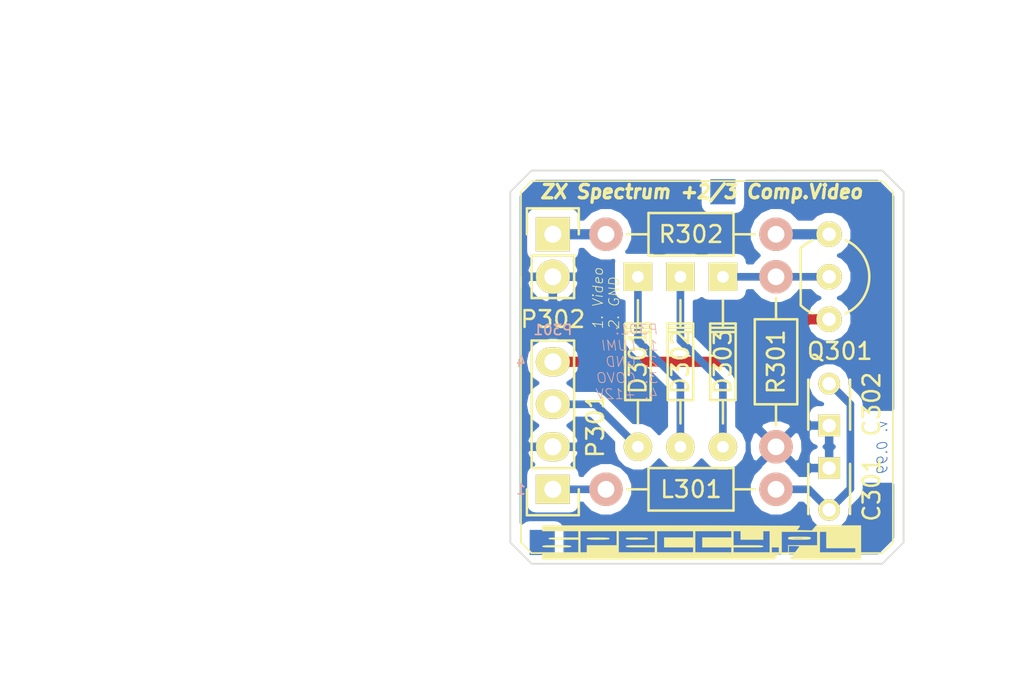
<source format=kicad_pcb>
(kicad_pcb (version 4) (host pcbnew 4.0.4-stable)

  (general
    (links 15)
    (no_connects 0)
    (area 83.919287 84.93 145.01 123.985001)
    (thickness 1.6)
    (drawings 49)
    (tracks 25)
    (zones 0)
    (modules 14)
    (nets 11)
  )

  (page A4)
  (title_block
    (title "ZX Spectrum +2A/3 Composite Video PCB")
    (date 2016-12-20)
    (rev 0.99)
    (comment 4 "PCB footprint scaled down to fit within the RF modulator casing")
  )

  (layers
    (0 F.Cu signal)
    (31 B.Cu signal)
    (32 B.Adhes user)
    (33 F.Adhes user)
    (34 B.Paste user)
    (35 F.Paste user)
    (36 B.SilkS user)
    (37 F.SilkS user)
    (38 B.Mask user)
    (39 F.Mask user)
    (40 Dwgs.User user)
    (41 Cmts.User user)
    (42 Eco1.User user)
    (43 Eco2.User user)
    (44 Edge.Cuts user)
    (45 Margin user)
    (46 B.CrtYd user)
    (47 F.CrtYd user)
    (48 B.Fab user)
    (49 F.Fab user)
  )

  (setup
    (last_trace_width 0.4572)
    (trace_clearance 0.1524)
    (zone_clearance 0.508)
    (zone_45_only no)
    (trace_min 0.1524)
    (segment_width 0.1)
    (edge_width 0.1)
    (via_size 0.6)
    (via_drill 0.4)
    (via_min_size 0.4)
    (via_min_drill 0.3)
    (uvia_size 0.3)
    (uvia_drill 0.1)
    (uvias_allowed no)
    (uvia_min_size 0.2)
    (uvia_min_drill 0.1)
    (pcb_text_width 0.3)
    (pcb_text_size 1.5 1.5)
    (mod_edge_width 0.15)
    (mod_text_size 1 1)
    (mod_text_width 0.15)
    (pad_size 1.5 1.5)
    (pad_drill 0.6)
    (pad_to_mask_clearance 0.2)
    (solder_mask_min_width 0.2)
    (aux_axis_origin 0 0)
    (grid_origin 142.24 83.185)
    (visible_elements FFFFF77F)
    (pcbplotparams
      (layerselection 0x00030_80000001)
      (usegerberextensions false)
      (excludeedgelayer true)
      (linewidth 0.100000)
      (plotframeref false)
      (viasonmask false)
      (mode 1)
      (useauxorigin false)
      (hpglpennumber 1)
      (hpglpenspeed 20)
      (hpglpendiameter 15)
      (hpglpenoverlay 2)
      (psnegative false)
      (psa4output false)
      (plotreference true)
      (plotvalue true)
      (plotinvisibletext false)
      (padsonsilk false)
      (subtractmaskfromsilk false)
      (outputformat 1)
      (mirror false)
      (drillshape 1)
      (scaleselection 1)
      (outputdirectory ""))
  )

  (net 0 "")
  (net 1 "Net-(C301-Pad1)")
  (net 2 "Net-(C301-Pad2)")
  (net 3 "Net-(D301-Pad2)")
  (net 4 "Net-(D301-Pad1)")
  (net 5 "Net-(D302-Pad1)")
  (net 6 "Net-(D303-Pad1)")
  (net 7 "Net-(L301-Pad1)")
  (net 8 "Net-(P301-Pad4)")
  (net 9 "Net-(P302-Pad1)")
  (net 10 "Net-(Q301-Pad1)")

  (net_class Default "This is the default net class."
    (clearance 0.1524)
    (trace_width 0.4572)
    (via_dia 0.6)
    (via_drill 0.4)
    (uvia_dia 0.3)
    (uvia_drill 0.1)
    (add_net "Net-(C301-Pad2)")
    (add_net "Net-(D301-Pad1)")
    (add_net "Net-(D301-Pad2)")
    (add_net "Net-(D302-Pad1)")
    (add_net "Net-(D303-Pad1)")
    (add_net "Net-(L301-Pad1)")
  )

  (net_class +12 ""
    (clearance 0.1524)
    (trace_width 0.6096)
    (via_dia 0.6)
    (via_drill 0.4)
    (uvia_dia 0.3)
    (uvia_drill 0.1)
    (add_net "Net-(P301-Pad4)")
  )

  (net_class COVO ""
    (clearance 0.1524)
    (trace_width 0.6096)
    (via_dia 0.6)
    (via_drill 0.4)
    (uvia_dia 0.3)
    (uvia_drill 0.1)
    (add_net "Net-(P302-Pad1)")
    (add_net "Net-(Q301-Pad1)")
  )

  (net_class GND ""
    (clearance 0.1524)
    (trace_width 0.762)
    (via_dia 0.6)
    (via_drill 0.4)
    (uvia_dia 0.3)
    (uvia_drill 0.1)
    (add_net "Net-(C301-Pad1)")
  )

  (module Diodes_ThroughHole:Diode_DO-35_SOD27_Horizontal_RM10 (layer F.Cu) (tedit 5858EEAF) (tstamp 58112228)
    (at 118.11 100.965 270)
    (descr "Diode, DO-35,  SOD27, Horizontal, RM 10mm")
    (tags "Diode, DO-35, SOD27, Horizontal, RM 10mm, 1N4148,")
    (path /580CD9B0)
    (fp_text reference D301 (at 5.08 0 270) (layer F.SilkS)
      (effects (font (size 1 1) (thickness 0.15)))
    )
    (fp_text value 1N4148 (at 4.41452 -3.55854 270) (layer F.Fab) hide
      (effects (font (size 1 1) (thickness 0.15)))
    )
    (fp_line (start 7.36652 -0.00254) (end 8.76352 -0.00254) (layer F.SilkS) (width 0.15))
    (fp_line (start 2.92152 -0.00254) (end 1.39752 -0.00254) (layer F.SilkS) (width 0.15))
    (fp_line (start 3.30252 -0.76454) (end 3.30252 0.75946) (layer F.SilkS) (width 0.15))
    (fp_line (start 3.04852 -0.76454) (end 3.04852 0.75946) (layer F.SilkS) (width 0.15))
    (fp_line (start 2.79452 -0.00254) (end 2.79452 0.75946) (layer F.SilkS) (width 0.15))
    (fp_line (start 2.79452 0.75946) (end 7.36652 0.75946) (layer F.SilkS) (width 0.15))
    (fp_line (start 7.36652 0.75946) (end 7.36652 -0.76454) (layer F.SilkS) (width 0.15))
    (fp_line (start 7.36652 -0.76454) (end 2.79452 -0.76454) (layer F.SilkS) (width 0.15))
    (fp_line (start 2.79452 -0.76454) (end 2.79452 -0.00254) (layer F.SilkS) (width 0.15))
    (pad 2 thru_hole circle (at 10.16052 -0.00254 90) (size 1.69926 1.69926) (drill 0.70104) (layers *.Cu *.Mask F.SilkS)
      (net 3 "Net-(D301-Pad2)"))
    (pad 1 thru_hole rect (at 0.00052 -0.00254 90) (size 1.69926 1.69926) (drill 0.70104) (layers *.Cu *.Mask F.SilkS)
      (net 4 "Net-(D301-Pad1)"))
    (model Diodes_ThroughHole.3dshapes/Diode_DO-35_SOD27_Horizontal_RM10.wrl
      (at (xyz 0.2 0 0))
      (scale (xyz 0.4 0.4 0.4))
      (rotate (xyz 0 0 180))
    )
  )

  (module Capacitors_ThroughHole:C_Disc_D3_P2.5 (layer F.Cu) (tedit 5858EE58) (tstamp 5811220D)
    (at 129.54 112.395 270)
    (descr "Capacitor 3mm Disc, Pitch 2.5mm")
    (tags Capacitor)
    (path /580CDFC5)
    (fp_text reference C301 (at 1.27 -2.54 450) (layer F.SilkS)
      (effects (font (size 1 1) (thickness 0.15)))
    )
    (fp_text value 39p (at 1.25 2.5 270) (layer F.Fab) hide
      (effects (font (size 1 1) (thickness 0.15)))
    )
    (fp_line (start -0.9 -1.5) (end 3.4 -1.5) (layer F.CrtYd) (width 0.05))
    (fp_line (start 3.4 -1.5) (end 3.4 1.5) (layer F.CrtYd) (width 0.05))
    (fp_line (start 3.4 1.5) (end -0.9 1.5) (layer F.CrtYd) (width 0.05))
    (fp_line (start -0.9 1.5) (end -0.9 -1.5) (layer F.CrtYd) (width 0.05))
    (fp_line (start -0.25 -1.25) (end 2.75 -1.25) (layer F.SilkS) (width 0.15))
    (fp_line (start 2.75 1.25) (end -0.25 1.25) (layer F.SilkS) (width 0.15))
    (pad 1 thru_hole rect (at 0 0 270) (size 1.3 1.3) (drill 0.8) (layers *.Cu *.Mask F.SilkS)
      (net 1 "Net-(C301-Pad1)"))
    (pad 2 thru_hole circle (at 2.5 0 270) (size 1.3 1.3) (drill 0.8001) (layers *.Cu *.Mask F.SilkS)
      (net 2 "Net-(C301-Pad2)"))
    (model Capacitors_ThroughHole.3dshapes/C_Disc_D3_P2.5.wrl
      (at (xyz 0.0492126 0 0))
      (scale (xyz 1 1 1))
      (rotate (xyz 0 0 0))
    )
  )

  (module Capacitors_ThroughHole:C_Disc_D3_P2.5 (layer F.Cu) (tedit 585913C1) (tstamp 58112219)
    (at 129.54 109.855 90)
    (descr "Capacitor 3mm Disc, Pitch 2.5mm")
    (tags Capacitor)
    (path /580CE4BD)
    (fp_text reference C302 (at 1.27 2.54 90) (layer F.SilkS)
      (effects (font (size 1 1) (thickness 0.15)))
    )
    (fp_text value 47p (at 1.25 2.5 90) (layer F.Fab) hide
      (effects (font (size 1 1) (thickness 0.15)))
    )
    (fp_line (start -0.9 -1.5) (end 3.4 -1.5) (layer F.CrtYd) (width 0.05))
    (fp_line (start 3.4 -1.5) (end 3.4 1.5) (layer F.CrtYd) (width 0.05))
    (fp_line (start 3.4 1.5) (end -0.9 1.5) (layer F.CrtYd) (width 0.05))
    (fp_line (start -0.9 1.5) (end -0.9 -1.5) (layer F.CrtYd) (width 0.05))
    (fp_line (start -0.25 -1.25) (end 2.75 -1.25) (layer F.SilkS) (width 0.15))
    (fp_line (start 2.75 1.25) (end -0.25 1.25) (layer F.SilkS) (width 0.15))
    (pad 1 thru_hole rect (at 0 0 90) (size 1.3 1.3) (drill 0.8) (layers *.Cu *.Mask F.SilkS)
      (net 1 "Net-(C301-Pad1)"))
    (pad 2 thru_hole circle (at 2.5 0 90) (size 1.3 1.3) (drill 0.8001) (layers *.Cu *.Mask F.SilkS)
      (net 2 "Net-(C301-Pad2)"))
    (model Capacitors_ThroughHole.3dshapes/C_Disc_D3_P2.5.wrl
      (at (xyz 0.0492126 0 0))
      (scale (xyz 1 1 1))
      (rotate (xyz 0 0 0))
    )
  )

  (module Diodes_ThroughHole:Diode_DO-35_SOD27_Horizontal_RM10 (layer F.Cu) (tedit 5858ED97) (tstamp 58112237)
    (at 120.65 100.965 270)
    (descr "Diode, DO-35,  SOD27, Horizontal, RM 10mm")
    (tags "Diode, DO-35, SOD27, Horizontal, RM 10mm, 1N4148,")
    (path /580CDA6D)
    (fp_text reference D302 (at 5.08 0 270) (layer F.SilkS)
      (effects (font (size 1 1) (thickness 0.15)))
    )
    (fp_text value 1N4148 (at 4.41452 -3.55854 270) (layer F.Fab) hide
      (effects (font (size 1 1) (thickness 0.15)))
    )
    (fp_line (start 7.36652 -0.00254) (end 8.76352 -0.00254) (layer F.SilkS) (width 0.15))
    (fp_line (start 2.92152 -0.00254) (end 1.39752 -0.00254) (layer F.SilkS) (width 0.15))
    (fp_line (start 3.30252 -0.76454) (end 3.30252 0.75946) (layer F.SilkS) (width 0.15))
    (fp_line (start 3.04852 -0.76454) (end 3.04852 0.75946) (layer F.SilkS) (width 0.15))
    (fp_line (start 2.79452 -0.00254) (end 2.79452 0.75946) (layer F.SilkS) (width 0.15))
    (fp_line (start 2.79452 0.75946) (end 7.36652 0.75946) (layer F.SilkS) (width 0.15))
    (fp_line (start 7.36652 0.75946) (end 7.36652 -0.76454) (layer F.SilkS) (width 0.15))
    (fp_line (start 7.36652 -0.76454) (end 2.79452 -0.76454) (layer F.SilkS) (width 0.15))
    (fp_line (start 2.79452 -0.76454) (end 2.79452 -0.00254) (layer F.SilkS) (width 0.15))
    (pad 2 thru_hole circle (at 10.16052 -0.00254 90) (size 1.69926 1.69926) (drill 0.70104) (layers *.Cu *.Mask F.SilkS)
      (net 4 "Net-(D301-Pad1)"))
    (pad 1 thru_hole rect (at 0.00052 -0.00254 90) (size 1.69926 1.69926) (drill 0.70104) (layers *.Cu *.Mask F.SilkS)
      (net 5 "Net-(D302-Pad1)"))
    (model Diodes_ThroughHole.3dshapes/Diode_DO-35_SOD27_Horizontal_RM10.wrl
      (at (xyz 0.2 0 0))
      (scale (xyz 0.4 0.4 0.4))
      (rotate (xyz 0 0 180))
    )
  )

  (module Diodes_ThroughHole:Diode_DO-35_SOD27_Horizontal_RM10 (layer F.Cu) (tedit 58591426) (tstamp 58112246)
    (at 123.19 100.965 270)
    (descr "Diode, DO-35,  SOD27, Horizontal, RM 10mm")
    (tags "Diode, DO-35, SOD27, Horizontal, RM 10mm, 1N4148,")
    (path /580CDAC7)
    (fp_text reference D303 (at 5.08 0 270) (layer F.SilkS)
      (effects (font (size 1 1) (thickness 0.15)))
    )
    (fp_text value 1N4148 (at 4.41452 -3.55854 270) (layer F.Fab) hide
      (effects (font (size 1 1) (thickness 0.15)))
    )
    (fp_line (start 7.36652 -0.00254) (end 8.76352 -0.00254) (layer F.SilkS) (width 0.15))
    (fp_line (start 2.92152 -0.00254) (end 1.39752 -0.00254) (layer F.SilkS) (width 0.15))
    (fp_line (start 3.30252 -0.76454) (end 3.30252 0.75946) (layer F.SilkS) (width 0.15))
    (fp_line (start 3.04852 -0.76454) (end 3.04852 0.75946) (layer F.SilkS) (width 0.15))
    (fp_line (start 2.79452 -0.00254) (end 2.79452 0.75946) (layer F.SilkS) (width 0.15))
    (fp_line (start 2.79452 0.75946) (end 7.36652 0.75946) (layer F.SilkS) (width 0.15))
    (fp_line (start 7.36652 0.75946) (end 7.36652 -0.76454) (layer F.SilkS) (width 0.15))
    (fp_line (start 7.36652 -0.76454) (end 2.79452 -0.76454) (layer F.SilkS) (width 0.15))
    (fp_line (start 2.79452 -0.76454) (end 2.79452 -0.00254) (layer F.SilkS) (width 0.15))
    (pad 2 thru_hole circle (at 10.16052 -0.00254 90) (size 1.69926 1.69926) (drill 0.70104) (layers *.Cu *.Mask F.SilkS)
      (net 5 "Net-(D302-Pad1)"))
    (pad 1 thru_hole rect (at 0.00052 -0.00254 90) (size 1.69926 1.69926) (drill 0.70104) (layers *.Cu *.Mask F.SilkS)
      (net 6 "Net-(D303-Pad1)"))
    (model Diodes_ThroughHole.3dshapes/Diode_DO-35_SOD27_Horizontal_RM10.wrl
      (at (xyz 0.2 0 0))
      (scale (xyz 0.4 0.4 0.4))
      (rotate (xyz 0 0 180))
    )
  )

  (module Resistors_ThroughHole:Resistor_Horizontal_RM10mm (layer F.Cu) (tedit 5858E7D1) (tstamp 58112256)
    (at 116.205 113.665)
    (descr "Resistor, Axial,  RM 10mm, 1/3W")
    (tags "Resistor Axial RM 10mm 1/3W")
    (path /580CDF7F)
    (fp_text reference L301 (at 5.08 0) (layer F.SilkS)
      (effects (font (size 1 1) (thickness 0.15)))
    )
    (fp_text value 15m (at 5.08 3.81) (layer F.Fab) hide
      (effects (font (size 1 1) (thickness 0.15)))
    )
    (fp_line (start -1.25 -1.5) (end 11.4 -1.5) (layer F.CrtYd) (width 0.05))
    (fp_line (start -1.25 1.5) (end -1.25 -1.5) (layer F.CrtYd) (width 0.05))
    (fp_line (start 11.4 -1.5) (end 11.4 1.5) (layer F.CrtYd) (width 0.05))
    (fp_line (start -1.25 1.5) (end 11.4 1.5) (layer F.CrtYd) (width 0.05))
    (fp_line (start 2.54 -1.27) (end 7.62 -1.27) (layer F.SilkS) (width 0.15))
    (fp_line (start 7.62 -1.27) (end 7.62 1.27) (layer F.SilkS) (width 0.15))
    (fp_line (start 7.62 1.27) (end 2.54 1.27) (layer F.SilkS) (width 0.15))
    (fp_line (start 2.54 1.27) (end 2.54 -1.27) (layer F.SilkS) (width 0.15))
    (fp_line (start 2.54 0) (end 1.27 0) (layer F.SilkS) (width 0.15))
    (fp_line (start 7.62 0) (end 8.89 0) (layer F.SilkS) (width 0.15))
    (pad 1 thru_hole circle (at 0 0) (size 1.99898 1.99898) (drill 1.00076) (layers *.Cu *.SilkS *.Mask)
      (net 7 "Net-(L301-Pad1)"))
    (pad 2 thru_hole circle (at 10.16 0) (size 1.99898 1.99898) (drill 1.00076) (layers *.Cu *.SilkS *.Mask)
      (net 2 "Net-(C301-Pad2)"))
    (model Resistors_ThroughHole.3dshapes/Resistor_Horizontal_RM10mm.wrl
      (at (xyz 0.2 0 0))
      (scale (xyz 0.4 0.4 0.4))
      (rotate (xyz 0 0 0))
    )
  )

  (module Pin_Headers:Pin_Header_Straight_1x04 (layer F.Cu) (tedit 58593315) (tstamp 58112269)
    (at 113.03 113.665 180)
    (descr "Through hole pin header")
    (tags "pin header")
    (path /581061D0)
    (fp_text reference P301 (at -2.54 3.81 450) (layer F.SilkS)
      (effects (font (size 1 1) (thickness 0.15)))
    )
    (fp_text value CONN_01X04 (at 0 -3.1 180) (layer F.Fab) hide
      (effects (font (size 1 1) (thickness 0.15)))
    )
    (fp_line (start -1.75 -1.75) (end -1.75 9.4) (layer F.CrtYd) (width 0.05))
    (fp_line (start 1.75 -1.75) (end 1.75 9.4) (layer F.CrtYd) (width 0.05))
    (fp_line (start -1.75 -1.75) (end 1.75 -1.75) (layer F.CrtYd) (width 0.05))
    (fp_line (start -1.75 9.4) (end 1.75 9.4) (layer F.CrtYd) (width 0.05))
    (fp_line (start -1.27 1.27) (end -1.27 8.89) (layer F.SilkS) (width 0.15))
    (fp_line (start 1.27 1.27) (end 1.27 8.89) (layer F.SilkS) (width 0.15))
    (fp_line (start 1.55 -1.55) (end 1.55 0) (layer F.SilkS) (width 0.15))
    (fp_line (start -1.27 8.89) (end 1.27 8.89) (layer F.SilkS) (width 0.15))
    (fp_line (start 1.27 1.27) (end -1.27 1.27) (layer F.SilkS) (width 0.15))
    (fp_line (start -1.55 0) (end -1.55 -1.55) (layer F.SilkS) (width 0.15))
    (fp_line (start -1.55 -1.55) (end 1.55 -1.55) (layer F.SilkS) (width 0.15))
    (pad 1 thru_hole rect (at 0 0 180) (size 2.032 1.7272) (drill 1.016) (layers *.Cu *.Mask F.SilkS)
      (net 7 "Net-(L301-Pad1)"))
    (pad 2 thru_hole oval (at 0 2.54 180) (size 2.032 1.7272) (drill 1.016) (layers *.Cu *.Mask F.SilkS)
      (net 1 "Net-(C301-Pad1)"))
    (pad 3 thru_hole oval (at 0 5.08 180) (size 2.032 1.7272) (drill 1.016) (layers *.Cu *.Mask F.SilkS)
      (net 3 "Net-(D301-Pad2)"))
    (pad 4 thru_hole oval (at 0 7.62 180) (size 2.032 1.7272) (drill 1.016) (layers *.Cu *.Mask F.SilkS)
      (net 8 "Net-(P301-Pad4)"))
    (model Pin_Headers.3dshapes/Pin_Header_Straight_1x04.wrl
      (at (xyz 0 -0.15 0))
      (scale (xyz 1 1 1))
      (rotate (xyz 0 0 90))
    )
  )

  (module Pin_Headers:Pin_Header_Straight_1x02 (layer F.Cu) (tedit 58591552) (tstamp 5811227A)
    (at 113.03 98.425)
    (descr "Through hole pin header")
    (tags "pin header")
    (path /580CE2F9)
    (fp_text reference P302 (at 0 5.08 180) (layer F.SilkS)
      (effects (font (size 1 1) (thickness 0.15)))
    )
    (fp_text value CONN_01X02 (at 0 -3.1) (layer F.Fab) hide
      (effects (font (size 1 1) (thickness 0.15)))
    )
    (fp_line (start 1.27 1.27) (end 1.27 3.81) (layer F.SilkS) (width 0.15))
    (fp_line (start 1.55 -1.55) (end 1.55 0) (layer F.SilkS) (width 0.15))
    (fp_line (start -1.75 -1.75) (end -1.75 4.3) (layer F.CrtYd) (width 0.05))
    (fp_line (start 1.75 -1.75) (end 1.75 4.3) (layer F.CrtYd) (width 0.05))
    (fp_line (start -1.75 -1.75) (end 1.75 -1.75) (layer F.CrtYd) (width 0.05))
    (fp_line (start -1.75 4.3) (end 1.75 4.3) (layer F.CrtYd) (width 0.05))
    (fp_line (start 1.27 1.27) (end -1.27 1.27) (layer F.SilkS) (width 0.15))
    (fp_line (start -1.55 0) (end -1.55 -1.55) (layer F.SilkS) (width 0.15))
    (fp_line (start -1.55 -1.55) (end 1.55 -1.55) (layer F.SilkS) (width 0.15))
    (fp_line (start -1.27 1.27) (end -1.27 3.81) (layer F.SilkS) (width 0.15))
    (fp_line (start -1.27 3.81) (end 1.27 3.81) (layer F.SilkS) (width 0.15))
    (pad 1 thru_hole rect (at 0 0) (size 2.032 2.032) (drill 1.016) (layers *.Cu *.Mask F.SilkS)
      (net 9 "Net-(P302-Pad1)"))
    (pad 2 thru_hole oval (at 0 2.54) (size 2.032 2.032) (drill 1.016) (layers *.Cu *.Mask F.SilkS)
      (net 1 "Net-(C301-Pad1)"))
    (model Pin_Headers.3dshapes/Pin_Header_Straight_1x02.wrl
      (at (xyz 0 -0.05 0))
      (scale (xyz 1 1 1))
      (rotate (xyz 0 0 90))
    )
  )

  (module TO_SOT_Packages_THT:TO-92_Inline_Wide (layer F.Cu) (tedit 5859259F) (tstamp 5811228A)
    (at 129.54 98.425 270)
    (descr "TO-92 leads in-line, wide, drill 0.8mm (see NXP sot054_po.pdf)")
    (tags "to-92 sc-43 sc-43a sot54 PA33 transistor")
    (path /580CDC16)
    (fp_text reference Q301 (at 6.985 -0.635 540) (layer F.SilkS)
      (effects (font (size 1 1) (thickness 0.15)))
    )
    (fp_text value 2N3904 (at 0 3 270) (layer F.Fab) hide
      (effects (font (size 1 1) (thickness 0.15)))
    )
    (fp_arc (start 2.54 0) (end 0.84 1.7) (angle 20.5) (layer F.SilkS) (width 0.15))
    (fp_arc (start 2.54 0) (end 4.24 1.7) (angle -20.5) (layer F.SilkS) (width 0.15))
    (fp_line (start -1 1.95) (end -1 -2.65) (layer F.CrtYd) (width 0.05))
    (fp_line (start -1 1.95) (end 6.1 1.95) (layer F.CrtYd) (width 0.05))
    (fp_line (start 0.84 1.7) (end 4.24 1.7) (layer F.SilkS) (width 0.15))
    (fp_arc (start 2.54 0) (end 2.54 -2.4) (angle -65.55604127) (layer F.SilkS) (width 0.15))
    (fp_arc (start 2.54 0) (end 2.54 -2.4) (angle 65.55604127) (layer F.SilkS) (width 0.15))
    (fp_line (start -1 -2.65) (end 6.1 -2.65) (layer F.CrtYd) (width 0.05))
    (fp_line (start 6.1 1.95) (end 6.1 -2.65) (layer F.CrtYd) (width 0.05))
    (pad 2 thru_hole circle (at 2.54 0) (size 1.524 1.524) (drill 0.8) (layers *.Cu *.Mask F.SilkS)
      (net 6 "Net-(D303-Pad1)"))
    (pad 3 thru_hole circle (at 5.08 0) (size 1.524 1.524) (drill 0.8) (layers *.Cu *.Mask F.SilkS)
      (net 8 "Net-(P301-Pad4)"))
    (pad 1 thru_hole circle (at 0 0) (size 1.524 1.524) (drill 0.8) (layers *.Cu *.Mask F.SilkS)
      (net 10 "Net-(Q301-Pad1)"))
    (model TO_SOT_Packages_THT.3dshapes/TO-92_Inline_Wide.wrl
      (at (xyz 0.1 0 0))
      (scale (xyz 1 1 1))
      (rotate (xyz 0 0 -90))
    )
  )

  (module Resistors_ThroughHole:Resistor_Horizontal_RM10mm (layer F.Cu) (tedit 5858E653) (tstamp 5811229A)
    (at 126.365 100.965 270)
    (descr "Resistor, Axial,  RM 10mm, 1/3W")
    (tags "Resistor Axial RM 10mm 1/3W")
    (path /580CDCA0)
    (fp_text reference R301 (at 5.08 0 270) (layer F.SilkS)
      (effects (font (size 1 1) (thickness 0.15)))
    )
    (fp_text value 1.5k (at 5.08 3.81 270) (layer F.Fab) hide
      (effects (font (size 1 1) (thickness 0.15)))
    )
    (fp_line (start -1.25 -1.5) (end 11.4 -1.5) (layer F.CrtYd) (width 0.05))
    (fp_line (start -1.25 1.5) (end -1.25 -1.5) (layer F.CrtYd) (width 0.05))
    (fp_line (start 11.4 -1.5) (end 11.4 1.5) (layer F.CrtYd) (width 0.05))
    (fp_line (start -1.25 1.5) (end 11.4 1.5) (layer F.CrtYd) (width 0.05))
    (fp_line (start 2.54 -1.27) (end 7.62 -1.27) (layer F.SilkS) (width 0.15))
    (fp_line (start 7.62 -1.27) (end 7.62 1.27) (layer F.SilkS) (width 0.15))
    (fp_line (start 7.62 1.27) (end 2.54 1.27) (layer F.SilkS) (width 0.15))
    (fp_line (start 2.54 1.27) (end 2.54 -1.27) (layer F.SilkS) (width 0.15))
    (fp_line (start 2.54 0) (end 1.27 0) (layer F.SilkS) (width 0.15))
    (fp_line (start 7.62 0) (end 8.89 0) (layer F.SilkS) (width 0.15))
    (pad 1 thru_hole circle (at 0 0 270) (size 1.99898 1.99898) (drill 1.00076) (layers *.Cu *.SilkS *.Mask)
      (net 6 "Net-(D303-Pad1)"))
    (pad 2 thru_hole circle (at 10.16 0 270) (size 1.99898 1.99898) (drill 1.00076) (layers *.Cu *.SilkS *.Mask)
      (net 1 "Net-(C301-Pad1)"))
    (model Resistors_ThroughHole.3dshapes/Resistor_Horizontal_RM10mm.wrl
      (at (xyz 0.2 0 0))
      (scale (xyz 0.4 0.4 0.4))
      (rotate (xyz 0 0 0))
    )
  )

  (module Resistors_ThroughHole:Resistor_Horizontal_RM10mm (layer F.Cu) (tedit 585914E6) (tstamp 581122AA)
    (at 116.205 98.425)
    (descr "Resistor, Axial,  RM 10mm, 1/3W")
    (tags "Resistor Axial RM 10mm 1/3W")
    (path /580CDCD1)
    (fp_text reference R302 (at 5.08 0) (layer F.SilkS)
      (effects (font (size 1 1) (thickness 0.15)))
    )
    (fp_text value 75 (at 5.08 3.81) (layer F.Fab) hide
      (effects (font (size 1 1) (thickness 0.15)))
    )
    (fp_line (start -1.25 -1.5) (end 11.4 -1.5) (layer F.CrtYd) (width 0.05))
    (fp_line (start -1.25 1.5) (end -1.25 -1.5) (layer F.CrtYd) (width 0.05))
    (fp_line (start 11.4 -1.5) (end 11.4 1.5) (layer F.CrtYd) (width 0.05))
    (fp_line (start -1.25 1.5) (end 11.4 1.5) (layer F.CrtYd) (width 0.05))
    (fp_line (start 2.54 -1.27) (end 7.62 -1.27) (layer F.SilkS) (width 0.15))
    (fp_line (start 7.62 -1.27) (end 7.62 1.27) (layer F.SilkS) (width 0.15))
    (fp_line (start 7.62 1.27) (end 2.54 1.27) (layer F.SilkS) (width 0.15))
    (fp_line (start 2.54 1.27) (end 2.54 -1.27) (layer F.SilkS) (width 0.15))
    (fp_line (start 2.54 0) (end 1.27 0) (layer F.SilkS) (width 0.15))
    (fp_line (start 7.62 0) (end 8.89 0) (layer F.SilkS) (width 0.15))
    (pad 1 thru_hole circle (at 0 0) (size 1.99898 1.99898) (drill 1.00076) (layers *.Cu *.SilkS *.Mask)
      (net 9 "Net-(P302-Pad1)"))
    (pad 2 thru_hole circle (at 10.16 0) (size 1.99898 1.99898) (drill 1.00076) (layers *.Cu *.SilkS *.Mask)
      (net 10 "Net-(Q301-Pad1)"))
    (model Resistors_ThroughHole.3dshapes/Resistor_Horizontal_RM10mm.wrl
      (at (xyz 0.2 0 0))
      (scale (xyz 0.4 0.4 0.4))
      (rotate (xyz 0 0 0))
    )
  )

  (module Measurement_Points:Measurement_Point_Square-SMD-Pad_Small (layer B.Cu) (tedit 585917C6) (tstamp 58591743)
    (at 112.395 116.84)
    (descr "Mesurement Point, Square, SMD Pad,  1.5mm x 1.5mm,")
    (tags "Mesurement Point Square SMD Pad 1.5x1.5mm")
    (attr virtual)
    (fp_text reference REF** (at 0 2) (layer B.SilkS) hide
      (effects (font (size 1 1) (thickness 0.15)) (justify mirror))
    )
    (fp_text value Measurement_Point_Square-SMD-Pad_Small (at 0 -2) (layer B.Fab) hide
      (effects (font (size 1 1) (thickness 0.15)) (justify mirror))
    )
    (fp_line (start -1 1) (end 1 1) (layer B.CrtYd) (width 0.05))
    (fp_line (start 1 1) (end 1 -1) (layer B.CrtYd) (width 0.05))
    (fp_line (start 1 -1) (end -1 -1) (layer B.CrtYd) (width 0.05))
    (fp_line (start -1 -1) (end -1 1) (layer B.CrtYd) (width 0.05))
    (pad 1 smd rect (at 0 0) (size 1.5 1.5) (layers B.Cu B.Mask))
  )

  (module Measurement_Points:Measurement_Point_Square-SMD-Pad_Small (layer B.Cu) (tedit 585917D3) (tstamp 58591763)
    (at 123.19 95.885)
    (descr "Mesurement Point, Square, SMD Pad,  1.5mm x 1.5mm,")
    (tags "Mesurement Point Square SMD Pad 1.5x1.5mm")
    (attr virtual)
    (fp_text reference REF** (at 0 2) (layer B.SilkS) hide
      (effects (font (size 1 1) (thickness 0.15)) (justify mirror))
    )
    (fp_text value Measurement_Point_Square-SMD-Pad_Small (at 0 -2) (layer B.Fab) hide
      (effects (font (size 1 1) (thickness 0.15)) (justify mirror))
    )
    (fp_line (start -1 1) (end 1 1) (layer B.CrtYd) (width 0.05))
    (fp_line (start 1 1) (end 1 -1) (layer B.CrtYd) (width 0.05))
    (fp_line (start 1 -1) (end -1 -1) (layer B.CrtYd) (width 0.05))
    (fp_line (start -1 -1) (end -1 1) (layer B.CrtYd) (width 0.05))
    (pad 1 smd rect (at 0 0) (size 1.5 1.5) (layers B.Cu B.Mask))
  )

  (module "ZXSpecc+2 video mods:logo-speccypl" (layer F.Cu) (tedit 0) (tstamp 585932AE)
    (at 121.92 116.84)
    (fp_text reference G*** (at 0 0) (layer F.SilkS) hide
      (effects (font (thickness 0.3)))
    )
    (fp_text value LOGO (at 0.75 0) (layer F.SilkS) hide
      (effects (font (thickness 0.3)))
    )
    (fp_poly (pts (xy -1.019415 -1.015865) (xy -0.241512 -1.015468) (xy 0.509175 -1.014822) (xy 1.228443 -1.013942)
      (xy 1.912091 -1.012841) (xy 2.55592 -1.011533) (xy 3.155726 -1.010032) (xy 3.70731 -1.00835)
      (xy 4.206471 -1.006503) (xy 4.649006 -1.004503) (xy 5.030715 -1.002364) (xy 5.347398 -1.0001)
      (xy 5.594851 -0.997725) (xy 5.768876 -0.995251) (xy 5.86527 -0.992694) (xy 5.884333 -0.990928)
      (xy 5.860647 -0.943843) (xy 5.802899 -0.862564) (xy 5.795701 -0.853344) (xy 5.707069 -0.740834)
      (xy 6.582833 -0.715068) (xy 6.714319 -0.865534) (xy 6.845806 -1.016) (xy 9.525 -1.016)
      (xy 9.525 1.016) (xy 7.380605 1.016) (xy 6.899688 1.01588) (xy 6.496817 1.015364)
      (xy 6.165372 1.014216) (xy 5.898733 1.012201) (xy 5.690279 1.009082) (xy 5.53339 1.004625)
      (xy 5.421445 0.998593) (xy 5.347825 0.99075) (xy 5.30591 0.980862) (xy 5.289078 0.968692)
      (xy 5.290709 0.954005) (xy 5.299449 0.941916) (xy 5.385606 0.837787) (xy 5.489854 0.707182)
      (xy 5.599475 0.566673) (xy 5.701748 0.43283) (xy 5.783954 0.322225) (xy 5.833372 0.25143)
      (xy 5.842 0.235093) (xy 5.80312 0.223894) (xy 5.700277 0.215611) (xy 5.554161 0.211768)
      (xy 5.5245 0.211666) (xy 5.207 0.211666) (xy 5.207 0.719666) (xy 4.970203 0.719666)
      (xy 4.831695 0.715394) (xy 4.755513 0.697569) (xy 4.719533 0.658679) (xy 4.71033 0.631421)
      (xy 4.685244 0.574702) (xy 4.653592 0.596342) (xy 4.651441 0.599671) (xy 4.628157 0.603388)
      (xy 4.616246 0.52779) (xy 4.614981 0.47625) (xy 4.614333 0.296333) (xy 4.191 0.296333)
      (xy 4.191 0.672694) (xy 4.384762 0.685597) (xy 4.578525 0.6985) (xy 4.458846 0.855707)
      (xy 4.339166 1.012914) (xy -9.525 1.016) (xy -9.525 0.677333) (xy -7.366 0.677333)
      (xy -7.366 -0.169334) (xy -8.255 -0.169334) (xy -8.555113 -0.170059) (xy -8.780664 -0.172714)
      (xy -8.941747 -0.178021) (xy -9.04846 -0.186701) (xy -9.110896 -0.199474) (xy -9.139152 -0.217063)
      (xy -9.144 -0.232834) (xy -9.133852 -0.25427) (xy -9.096677 -0.270381) (xy -9.022378 -0.281887)
      (xy -8.900862 -0.289509) (xy -8.722032 -0.293969) (xy -8.475792 -0.295987) (xy -8.255 -0.296334)
      (xy -7.366 -0.296334) (xy -7.366 -0.677334) (xy -7.239 -0.677334) (xy -7.239 0.677333)
      (xy -6.858 0.677333) (xy -6.858 0.169333) (xy -5.08 0.169333) (xy -5.08 -0.677334)
      (xy -4.953 -0.677334) (xy -4.953 0.677333) (xy -2.794 0.677333) (xy -2.794 0.296333)
      (xy -3.661834 0.296333) (xy -3.957945 0.295584) (xy -4.179608 0.29284) (xy -4.337033 0.287354)
      (xy -4.440428 0.278378) (xy -4.500004 0.265166) (xy -4.52597 0.24697) (xy -4.529667 0.232833)
      (xy -4.519435 0.211166) (xy -4.481934 0.194947) (xy -4.406953 0.183428) (xy -4.284284 0.175863)
      (xy -4.103717 0.171503) (xy -3.855042 0.169603) (xy -3.661834 0.169333) (xy -2.794 0.169333)
      (xy -2.794 -0.677334) (xy -2.667 -0.677334) (xy -2.667 0.677333) (xy -0.508 0.677333)
      (xy -0.508 0.296333) (xy -2.243667 0.296333) (xy -2.243667 -0.296334) (xy -0.508 -0.296334)
      (xy -0.508 -0.677334) (xy -0.381 -0.677334) (xy -0.381 0.677333) (xy 1.778 0.677333)
      (xy 1.778 0.296333) (xy 0.042333 0.296333) (xy 0.042333 -0.296334) (xy 1.778 -0.296334)
      (xy 1.778 -0.677334) (xy 1.905 -0.677334) (xy 1.905 0.169333) (xy 2.794 0.169333)
      (xy 3.094112 0.170058) (xy 3.319663 0.172713) (xy 3.480746 0.17802) (xy 3.587459 0.1867)
      (xy 3.649895 0.199473) (xy 3.678151 0.217062) (xy 3.683 0.232833) (xy 3.672851 0.254269)
      (xy 3.635676 0.27038) (xy 3.561377 0.281886) (xy 3.439861 0.289508) (xy 3.261031 0.293968)
      (xy 3.014791 0.295986) (xy 2.794 0.296333) (xy 1.905 0.296333) (xy 1.905 0.677333)
      (xy 4.064 0.677333) (xy 4.064 -0.635) (xy 4.783666 -0.635) (xy 4.783666 0.635)
      (xy 5.164666 0.635) (xy 5.164666 0.169333) (xy 6.900333 0.169333) (xy 6.900333 -0.635)
      (xy 7.069666 -0.635) (xy 7.069666 0.635) (xy 9.186333 0.635) (xy 9.186333 0.338666)
      (xy 7.450666 0.338666) (xy 7.450666 -0.635) (xy 7.069666 -0.635) (xy 6.900333 -0.635)
      (xy 4.783666 -0.635) (xy 4.064 -0.635) (xy 4.064 -0.677334) (xy 3.683 -0.677334)
      (xy 3.683 -0.169334) (xy 2.328333 -0.169334) (xy 2.328333 -0.677334) (xy 1.905 -0.677334)
      (xy 1.778 -0.677334) (xy -0.381 -0.677334) (xy -0.508 -0.677334) (xy -2.667 -0.677334)
      (xy -2.794 -0.677334) (xy -4.953 -0.677334) (xy -5.08 -0.677334) (xy -7.239 -0.677334)
      (xy -7.366 -0.677334) (xy -9.525 -0.677334) (xy -9.525 -1.016) (xy -1.820334 -1.016)
      (xy -1.019415 -1.015865)) (layer F.SilkS) (width 0.01))
    (fp_poly (pts (xy -8.361056 0.170081) (xy -8.139393 0.172826) (xy -7.981968 0.178312) (xy -7.878573 0.187288)
      (xy -7.818997 0.2005) (xy -7.793031 0.218696) (xy -7.789334 0.232833) (xy -7.799566 0.254499)
      (xy -7.837067 0.270719) (xy -7.912048 0.282238) (xy -8.034717 0.289803) (xy -8.215284 0.294162)
      (xy -8.463959 0.296062) (xy -8.657167 0.296333) (xy -8.953278 0.295584) (xy -9.174941 0.29284)
      (xy -9.332366 0.287354) (xy -9.435761 0.278378) (xy -9.495337 0.265166) (xy -9.521303 0.24697)
      (xy -9.525 0.232833) (xy -9.514769 0.211166) (xy -9.477267 0.194947) (xy -9.402287 0.183428)
      (xy -9.279618 0.175863) (xy -9.09905 0.171503) (xy -8.850375 0.169603) (xy -8.657167 0.169333)
      (xy -8.361056 0.170081)) (layer F.SilkS) (width 0.01))
    (fp_poly (pts (xy -5.922935 -0.295282) (xy -5.738417 -0.291413) (xy -5.615678 -0.283653) (xy -5.543283 -0.270932)
      (xy -5.509798 -0.252177) (xy -5.503334 -0.232834) (xy -5.514551 -0.208671) (xy -5.555826 -0.191373)
      (xy -5.638593 -0.179866) (xy -5.774287 -0.173079) (xy -5.974343 -0.16994) (xy -6.180667 -0.169334)
      (xy -6.438399 -0.170385) (xy -6.622917 -0.174255) (xy -6.745656 -0.182014) (xy -6.818051 -0.194736)
      (xy -6.851537 -0.213491) (xy -6.858 -0.232834) (xy -6.846783 -0.256996) (xy -6.805509 -0.274295)
      (xy -6.722742 -0.285802) (xy -6.587047 -0.292589) (xy -6.386991 -0.295728) (xy -6.180667 -0.296334)
      (xy -5.922935 -0.295282)) (layer F.SilkS) (width 0.01))
    (fp_poly (pts (xy -3.620336 -0.295234) (xy -3.44022 -0.291187) (xy -3.321554 -0.28307) (xy -3.252741 -0.269761)
      (xy -3.222182 -0.250137) (xy -3.217334 -0.232834) (xy -3.228696 -0.208334) (xy -3.270516 -0.190903)
      (xy -3.354392 -0.17942) (xy -3.491922 -0.17276) (xy -3.694703 -0.169803) (xy -3.8735 -0.169334)
      (xy -4.126665 -0.170433) (xy -4.306781 -0.174481) (xy -4.425447 -0.182598) (xy -4.49426 -0.195907)
      (xy -4.524819 -0.215531) (xy -4.529667 -0.232834) (xy -4.518305 -0.257334) (xy -4.476485 -0.274764)
      (xy -4.392609 -0.286248) (xy -4.255079 -0.292907) (xy -4.052298 -0.295865) (xy -3.8735 -0.296334)
      (xy -3.620336 -0.295234)) (layer F.SilkS) (width 0.01))
    (fp_poly (pts (xy 6.095267 -0.338173) (xy 6.276052 -0.335674) (xy 6.396539 -0.329649) (xy 6.468911 -0.318574)
      (xy 6.505352 -0.300926) (xy 6.518045 -0.275182) (xy 6.519333 -0.254) (xy 6.515378 -0.222342)
      (xy 6.495391 -0.199744) (xy 6.447189 -0.184683) (xy 6.358588 -0.175637) (xy 6.217405 -0.171081)
      (xy 6.011455 -0.169495) (xy 5.842 -0.169334) (xy 5.588732 -0.169828) (xy 5.407947 -0.172327)
      (xy 5.28746 -0.178352) (xy 5.215088 -0.189427) (xy 5.178647 -0.207075) (xy 5.165954 -0.232819)
      (xy 5.165687 -0.237223) (xy 5.458358 -0.237223) (xy 5.480329 -0.232474) (xy 5.572697 -0.229152)
      (xy 5.728325 -0.227704) (xy 5.757333 -0.227676) (xy 5.922032 -0.228797) (xy 6.024563 -0.231861)
      (xy 6.057794 -0.23642) (xy 6.014588 -0.242027) (xy 6.00075 -0.242951) (xy 5.80696 -0.249029)
      (xy 5.59733 -0.246799) (xy 5.513916 -0.242951) (xy 5.458358 -0.237223) (xy 5.165687 -0.237223)
      (xy 5.164666 -0.254) (xy 5.168621 -0.285659) (xy 5.188608 -0.308257) (xy 5.23681 -0.323318)
      (xy 5.325411 -0.332364) (xy 5.466594 -0.33692) (xy 5.672544 -0.338506) (xy 5.842 -0.338667)
      (xy 6.095267 -0.338173)) (layer F.SilkS) (width 0.01))
  )

  (dimension 35.56 (width 0.3) (layer Margin)
    (gr_text "1.4000 in" (at 116.205 123.27) (layer Margin)
      (effects (font (size 1.5 1.5) (thickness 0.3)))
    )
    (feature1 (pts (xy 133.985 118.11) (xy 133.985 124.62)))
    (feature2 (pts (xy 98.425 118.11) (xy 98.425 124.62)))
    (crossbar (pts (xy 98.425 121.92) (xy 133.985 121.92)))
    (arrow1a (pts (xy 133.985 121.92) (xy 132.858496 122.506421)))
    (arrow1b (pts (xy 133.985 121.92) (xy 132.858496 121.333579)))
    (arrow2a (pts (xy 98.425 121.92) (xy 99.551504 122.506421)))
    (arrow2b (pts (xy 98.425 121.92) (xy 99.551504 121.333579)))
  )
  (gr_text "PCB v0.95 footprint" (at 92.075 107.315 90) (layer Cmts.User)
    (effects (font (size 1 1) (thickness 0.2)))
  )
  (dimension 25.4 (width 0.3) (layer Cmts.User)
    (gr_text "1.0000 in" (at 86.28 107.315 90) (layer Cmts.User)
      (effects (font (size 1.5 1.5) (thickness 0.3)))
    )
    (feature1 (pts (xy 90.805 94.615) (xy 84.93 94.615)))
    (feature2 (pts (xy 90.805 120.015) (xy 84.93 120.015)))
    (crossbar (pts (xy 87.63 120.015) (xy 87.63 94.615)))
    (arrow1a (pts (xy 87.63 94.615) (xy 88.216421 95.741504)))
    (arrow1b (pts (xy 87.63 94.615) (xy 87.043579 95.741504)))
    (arrow2a (pts (xy 87.63 120.015) (xy 88.216421 118.888496)))
    (arrow2b (pts (xy 87.63 120.015) (xy 87.043579 118.888496)))
  )
  (dimension 23.495 (width 0.3) (layer Margin)
    (gr_text "0.9250 in" (at 93.9 106.3625 90) (layer Margin)
      (effects (font (size 1.5 1.5) (thickness 0.3)))
    )
    (feature1 (pts (xy 98.425 94.615) (xy 92.55 94.615)))
    (feature2 (pts (xy 98.425 118.11) (xy 92.55 118.11)))
    (crossbar (pts (xy 95.25 118.11) (xy 95.25 94.615)))
    (arrow1a (pts (xy 95.25 94.615) (xy 95.836421 95.741504)))
    (arrow1b (pts (xy 95.25 94.615) (xy 94.663579 95.741504)))
    (arrow2a (pts (xy 95.25 118.11) (xy 95.836421 116.983496)))
    (arrow2b (pts (xy 95.25 118.11) (xy 94.663579 116.983496)))
  )
  (gr_line (start 132.715 94.615) (end 132.08 95.25) (angle 90) (layer Cmts.User) (width 0.1))
  (gr_line (start 92.075 94.615) (end 132.715 94.615) (angle 90) (layer Cmts.User) (width 0.1))
  (gr_line (start 90.805 95.885) (end 92.075 94.615) (angle 90) (layer Cmts.User) (width 0.1))
  (gr_line (start 90.805 118.745) (end 90.805 95.885) (angle 90) (layer Cmts.User) (width 0.1))
  (gr_line (start 92.075 120.015) (end 90.805 118.745) (angle 90) (layer Cmts.User) (width 0.1))
  (gr_line (start 132.715 120.015) (end 92.075 120.015) (angle 90) (layer Cmts.User) (width 0.1))
  (gr_line (start 133.985 118.745) (end 132.715 120.015) (angle 90) (layer Cmts.User) (width 0.1))
  (gr_line (start 133.985 95.885) (end 133.985 118.745) (angle 90) (layer Cmts.User) (width 0.1))
  (gr_line (start 132.715 94.615) (end 133.985 95.885) (angle 90) (layer Cmts.User) (width 0.1))
  (dimension 43.18 (width 0.3) (layer Cmts.User)
    (gr_text "1.7000 in" (at 112.395 126.445) (layer Cmts.User)
      (effects (font (size 1.5 1.5) (thickness 0.3)))
    )
    (feature1 (pts (xy 90.805 120.015) (xy 90.805 127.795)))
    (feature2 (pts (xy 133.985 120.015) (xy 133.985 127.795)))
    (crossbar (pts (xy 133.985 125.095) (xy 90.805 125.095)))
    (arrow1a (pts (xy 90.805 125.095) (xy 91.931504 124.508579)))
    (arrow1b (pts (xy 90.805 125.095) (xy 91.931504 125.681421)))
    (arrow2a (pts (xy 133.985 125.095) (xy 132.858496 124.508579)))
    (arrow2b (pts (xy 133.985 125.095) (xy 132.858496 125.681421)))
  )
  (gr_line (start 111.76 94.615) (end 110.49 95.885) (angle 90) (layer Edge.Cuts) (width 0.1))
  (gr_line (start 132.715 94.615) (end 111.76 94.615) (angle 90) (layer Edge.Cuts) (width 0.1))
  (gr_line (start 133.985 95.885) (end 132.715 94.615) (angle 90) (layer Edge.Cuts) (width 0.1))
  (gr_line (start 133.985 116.84) (end 133.985 95.885) (angle 90) (layer Edge.Cuts) (width 0.1))
  (gr_line (start 132.715 118.11) (end 133.985 116.84) (angle 90) (layer Edge.Cuts) (width 0.1))
  (gr_line (start 111.76 118.11) (end 132.715 118.11) (angle 90) (layer Edge.Cuts) (width 0.1))
  (gr_line (start 110.49 116.84) (end 111.76 118.11) (angle 90) (layer Edge.Cuts) (width 0.1))
  (gr_line (start 110.49 95.885) (end 110.49 116.84) (angle 90) (layer Edge.Cuts) (width 0.1))
  (gr_line (start 111.125 116.84) (end 111.125 114.935) (angle 90) (layer F.SilkS) (width 0.1))
  (gr_line (start 133.35 116.84) (end 133.35 114.935) (angle 90) (layer F.SilkS) (width 0.1))
  (dimension 23.495 (width 0.3) (layer Dwgs.User)
    (gr_text "0.9250 in" (at 106.6 106.3625 90) (layer Dwgs.User)
      (effects (font (size 1.5 1.5) (thickness 0.3)))
    )
    (feature1 (pts (xy 110.49 94.615) (xy 105.25 94.615)))
    (feature2 (pts (xy 110.49 118.11) (xy 105.25 118.11)))
    (crossbar (pts (xy 107.95 118.11) (xy 107.95 94.615)))
    (arrow1a (pts (xy 107.95 94.615) (xy 108.536421 95.741504)))
    (arrow1b (pts (xy 107.95 94.615) (xy 107.363579 95.741504)))
    (arrow2a (pts (xy 107.95 118.11) (xy 108.536421 116.983496)))
    (arrow2b (pts (xy 107.95 118.11) (xy 107.363579 116.983496)))
  )
  (gr_text "RF converter PCB footprint" (at 99.695 106.045 90) (layer Margin)
    (effects (font (size 1 1) (thickness 0.2)))
  )
  (gr_line (start 98.425 118.11) (end 98.425 94.615) (angle 90) (layer Margin) (width 0.1))
  (gr_line (start 133.985 118.11) (end 98.425 118.11) (angle 90) (layer Margin) (width 0.1))
  (gr_line (start 133.985 94.615) (end 133.985 118.11) (angle 90) (layer Margin) (width 0.1))
  (gr_line (start 98.425 94.615) (end 133.985 94.615) (angle 90) (layer Margin) (width 0.1))
  (dimension 35.56 (width 0.3) (layer Margin)
    (gr_text "35.560 mm" (at 116.205 86.28) (layer Margin)
      (effects (font (size 1.5 1.5) (thickness 0.3)))
    )
    (feature1 (pts (xy 133.985 94.615) (xy 133.985 84.93)))
    (feature2 (pts (xy 98.425 94.615) (xy 98.425 84.93)))
    (crossbar (pts (xy 98.425 87.63) (xy 133.985 87.63)))
    (arrow1a (pts (xy 133.985 87.63) (xy 132.858496 88.216421)))
    (arrow1b (pts (xy 133.985 87.63) (xy 132.858496 87.043579)))
    (arrow2a (pts (xy 98.425 87.63) (xy 99.551504 88.216421)))
    (arrow2b (pts (xy 98.425 87.63) (xy 99.551504 87.043579)))
  )
  (dimension 23.495 (width 0.3) (layer Margin)
    (gr_text "23.495 mm" (at 138.51 106.3625 270) (layer Margin)
      (effects (font (size 1.5 1.5) (thickness 0.3)))
    )
    (feature1 (pts (xy 133.985 118.11) (xy 139.86 118.11)))
    (feature2 (pts (xy 133.985 94.615) (xy 139.86 94.615)))
    (crossbar (pts (xy 137.16 94.615) (xy 137.16 118.11)))
    (arrow1a (pts (xy 137.16 118.11) (xy 136.573579 116.983496)))
    (arrow1b (pts (xy 137.16 118.11) (xy 137.746421 116.983496)))
    (arrow2a (pts (xy 137.16 94.615) (xy 136.573579 95.741504)))
    (arrow2b (pts (xy 137.16 94.615) (xy 137.746421 95.741504)))
  )
  (gr_text 4 (at 111.125 106.045) (layer B.SilkS)
    (effects (font (size 0.6 0.6) (thickness 0.1)) (justify mirror))
  )
  (gr_text P301 (at 113.03 104.14) (layer B.SilkS)
    (effects (font (size 0.6 0.6) (thickness 0.1)) (justify mirror))
  )
  (gr_text 1 (at 111.125 113.665) (layer B.SilkS)
    (effects (font (size 0.6 0.6) (thickness 0.1)) (justify mirror))
  )
  (dimension 23.495 (width 0.3) (layer Dwgs.User)
    (gr_text "0.9250 in" (at 122.2375 90.725) (layer Dwgs.User)
      (effects (font (size 1.5 1.5) (thickness 0.3)))
    )
    (feature1 (pts (xy 133.985 94.615) (xy 133.985 89.375)))
    (feature2 (pts (xy 110.49 94.615) (xy 110.49 89.375)))
    (crossbar (pts (xy 110.49 92.075) (xy 133.985 92.075)))
    (arrow1a (pts (xy 133.985 92.075) (xy 132.858496 92.661421)))
    (arrow1b (pts (xy 133.985 92.075) (xy 132.858496 91.488579)))
    (arrow2a (pts (xy 110.49 92.075) (xy 111.616504 92.661421)))
    (arrow2b (pts (xy 110.49 92.075) (xy 111.616504 91.488579)))
  )
  (gr_line (start 111.76 95.25) (end 132.715 95.25) (angle 90) (layer F.SilkS) (width 0.1))
  (gr_line (start 133.35 95.885) (end 132.715 95.25) (angle 90) (layer F.SilkS) (width 0.1))
  (gr_line (start 132.715 117.475) (end 133.35 116.84) (angle 90) (layer F.SilkS) (width 0.1))
  (gr_line (start 111.76 117.475) (end 132.715 117.475) (angle 90) (layer F.SilkS) (width 0.1))
  (gr_line (start 111.125 95.885) (end 111.125 101.6) (angle 90) (layer F.SilkS) (width 0.1))
  (gr_line (start 111.76 95.25) (end 111.125 95.885) (angle 90) (layer F.SilkS) (width 0.1))
  (gr_line (start 133.35 114.935) (end 133.35 95.885) (angle 90) (layer F.SilkS) (width 0.1))
  (gr_line (start 111.125 116.84) (end 111.76 117.475) (angle 90) (layer F.SilkS) (width 0.1))
  (gr_line (start 111.125 100.965) (end 111.125 114.935) (angle 90) (layer F.SilkS) (width 0.1))
  (gr_text "1. Video\n2. GND" (at 116.205 104.14 90) (layer F.SilkS)
    (effects (font (size 0.6 0.6) (thickness 0.05) italic) (justify left))
  )
  (gr_text "v. 0.99" (at 132.715 111.125 90) (layer B.Cu)
    (effects (font (size 0.6 0.6) (thickness 0.05) italic) (justify mirror))
  )
  (gr_text "P301:\n1. LUMI\n2. GND\n3. COVO\n4. +12V" (at 119.38 106.045) (layer B.SilkS)
    (effects (font (size 0.6 0.6) (thickness 0.05) italic) (justify left mirror))
  )
  (gr_text "ZX Spectrum +2/3 Comp.Video" (at 121.92 95.885) (layer F.SilkS)
    (effects (font (size 0.8 0.8) (thickness 0.2) italic))
  )

  (segment (start 129.54 107.355) (end 129.58 107.355) (width 0.4572) (layer B.Cu) (net 2))
  (segment (start 129.58 107.355) (end 130.81 108.585) (width 0.4572) (layer B.Cu) (net 2) (tstamp 58592548))
  (segment (start 130.81 108.585) (end 130.81 113.625) (width 0.4572) (layer B.Cu) (net 2) (tstamp 5859254C))
  (segment (start 130.81 113.625) (end 129.54 114.895) (width 0.4572) (layer B.Cu) (net 2) (tstamp 5859254E))
  (segment (start 126.365 113.665) (end 128.31 113.665) (width 0.4572) (layer B.Cu) (net 2))
  (segment (start 128.31 113.665) (end 129.54 114.895) (width 0.4572) (layer B.Cu) (net 2) (tstamp 58592533))
  (segment (start 113.03 108.585) (end 115.57202 108.585) (width 0.4572) (layer B.Cu) (net 3) (status 10))
  (segment (start 115.57202 108.585) (end 118.11254 111.12552) (width 0.4572) (layer B.Cu) (net 3) (tstamp 58591686) (status 20))
  (segment (start 118.11254 100.96552) (end 118.11254 104.77246) (width 0.4572) (layer B.Cu) (net 4) (status 10))
  (segment (start 120.65 107.30992) (end 120.65 111.12298) (width 0.4572) (layer B.Cu) (net 4) (tstamp 5859168F) (status 20))
  (segment (start 118.11254 104.77246) (end 120.65 107.30992) (width 0.4572) (layer B.Cu) (net 4) (tstamp 5859168E))
  (segment (start 120.65 111.12298) (end 120.65254 111.12552) (width 0.4572) (layer B.Cu) (net 4) (tstamp 58591691) (status 30))
  (segment (start 120.65254 100.96552) (end 120.65254 104.77246) (width 0.4572) (layer B.Cu) (net 5) (status 10))
  (segment (start 123.19 107.30992) (end 123.19 111.12298) (width 0.4572) (layer B.Cu) (net 5) (tstamp 58591697) (status 20))
  (segment (start 120.65254 104.77246) (end 123.19 107.30992) (width 0.4572) (layer B.Cu) (net 5) (tstamp 58591695))
  (segment (start 123.19 111.12298) (end 123.19254 111.12552) (width 0.4572) (layer B.Cu) (net 5) (tstamp 58591699) (status 30))
  (segment (start 123.19254 100.96552) (end 126.36448 100.96552) (width 0.4572) (layer B.Cu) (net 6) (status 30))
  (segment (start 126.36448 100.96552) (end 126.365 100.965) (width 0.4572) (layer B.Cu) (net 6) (tstamp 58591614) (status 30))
  (segment (start 126.365 100.965) (end 129.54 100.965) (width 0.4572) (layer B.Cu) (net 6) (tstamp 58591615) (status 30))
  (segment (start 113.03 113.665) (end 116.205 113.665) (width 0.4572) (layer B.Cu) (net 7) (status 30))
  (segment (start 113.03 106.045) (end 125.73 106.045) (width 0.6096) (layer F.Cu) (net 8) (status 10))
  (segment (start 128.27 103.505) (end 129.54 103.505) (width 0.6096) (layer F.Cu) (net 8) (tstamp 5859165D) (status 20))
  (segment (start 125.73 106.045) (end 128.27 103.505) (width 0.6096) (layer F.Cu) (net 8) (tstamp 58591655))
  (segment (start 113.03 98.425) (end 116.205 98.425) (width 0.6096) (layer B.Cu) (net 9) (status 30))
  (segment (start 126.365 98.425) (end 129.54 98.425) (width 0.6096) (layer B.Cu) (net 10) (status 30))

  (zone (net 1) (net_name "Net-(C301-Pad1)") (layer B.Cu) (tstamp 585915C2) (hatch edge 0.508)
    (connect_pads (clearance 0.508))
    (min_thickness 0.254)
    (fill yes (arc_segments 16) (thermal_gap 0.508) (thermal_bridge_width 0.508))
    (polygon
      (pts
        (xy 133.985 95.885) (xy 133.985 116.84) (xy 132.715 118.11) (xy 111.76 118.11) (xy 110.49 116.84)
        (xy 110.49 95.885) (xy 111.76 94.615) (xy 132.715 94.615)
      )
    )
    (filled_polygon
      (pts
        (xy 121.79256 96.635) (xy 121.836838 96.870317) (xy 121.97591 97.086441) (xy 122.18811 97.231431) (xy 122.44 97.28244)
        (xy 123.94 97.28244) (xy 124.175317 97.238162) (xy 124.391441 97.09909) (xy 124.536431 96.88689) (xy 124.58744 96.635)
        (xy 124.58744 95.3) (xy 132.431264 95.3) (xy 133.3 96.168736) (xy 133.3 108.852499) (xy 131.6736 108.852499)
        (xy 131.6736 108.585) (xy 131.607862 108.254515) (xy 131.53994 108.152862) (xy 131.420658 107.974343) (xy 130.82498 107.378666)
        (xy 130.825223 107.100519) (xy 130.630005 106.628057) (xy 130.268845 106.266265) (xy 129.796724 106.070223) (xy 129.285519 106.069777)
        (xy 128.813057 106.264995) (xy 128.451265 106.626155) (xy 128.255223 107.098276) (xy 128.254777 107.609481) (xy 128.449995 108.081943)
        (xy 128.811155 108.443735) (xy 129.115235 108.57) (xy 128.76369 108.57) (xy 128.530301 108.666673) (xy 128.351673 108.845302)
        (xy 128.255 109.078691) (xy 128.255 109.56925) (xy 128.41375 109.728) (xy 129.413 109.728) (xy 129.413 109.708)
        (xy 129.667 109.708) (xy 129.667 109.728) (xy 129.687 109.728) (xy 129.687 109.982) (xy 129.667 109.982)
        (xy 129.667 110.98125) (xy 129.81075 111.125) (xy 129.667 111.26875) (xy 129.667 112.268) (xy 129.687 112.268)
        (xy 129.687 112.522) (xy 129.667 112.522) (xy 129.667 112.542) (xy 129.413 112.542) (xy 129.413 112.522)
        (xy 128.41375 112.522) (xy 128.255 112.68075) (xy 128.255 112.8014) (xy 127.776689 112.8014) (xy 127.751462 112.740345)
        (xy 127.324461 112.312599) (xy 127.337557 112.277163) (xy 126.365 111.304605) (xy 125.392443 112.277163) (xy 125.405724 112.313099)
        (xy 124.980154 112.737927) (xy 124.730794 113.338453) (xy 124.730226 113.988694) (xy 124.978538 114.589655) (xy 125.437927 115.049846)
        (xy 126.038453 115.299206) (xy 126.688694 115.299774) (xy 127.289655 115.051462) (xy 127.749846 114.592073) (xy 127.776202 114.5286)
        (xy 127.952286 114.5286) (xy 128.255055 114.831369) (xy 128.254777 115.149481) (xy 128.449995 115.621943) (xy 128.811155 115.983735)
        (xy 129.283276 116.179777) (xy 129.794481 116.180223) (xy 130.266943 115.985005) (xy 130.628735 115.623845) (xy 130.824777 115.151724)
        (xy 130.825057 114.831258) (xy 131.420657 114.235658) (xy 131.607862 113.955486) (xy 131.637544 113.806265) (xy 131.6736 113.625)
        (xy 131.6736 113.3975) (xy 133.3 113.3975) (xy 133.3 116.556264) (xy 132.431264 117.425) (xy 113.79244 117.425)
        (xy 113.79244 116.09) (xy 113.748162 115.854683) (xy 113.60909 115.638559) (xy 113.39689 115.493569) (xy 113.145 115.44256)
        (xy 111.645 115.44256) (xy 111.409683 115.486838) (xy 111.193559 115.62591) (xy 111.175 115.653072) (xy 111.175 112.8014)
        (xy 111.36656 112.8014) (xy 111.36656 114.5286) (xy 111.410838 114.763917) (xy 111.54991 114.980041) (xy 111.76211 115.125031)
        (xy 112.014 115.17604) (xy 114.046 115.17604) (xy 114.281317 115.131762) (xy 114.497441 114.99269) (xy 114.642431 114.78049)
        (xy 114.69344 114.5286) (xy 114.793311 114.5286) (xy 114.818538 114.589655) (xy 115.277927 115.049846) (xy 115.878453 115.299206)
        (xy 116.528694 115.299774) (xy 117.129655 115.051462) (xy 117.589846 114.592073) (xy 117.839206 113.991547) (xy 117.839774 113.341306)
        (xy 117.591462 112.740345) (xy 117.132073 112.280154) (xy 116.531547 112.030794) (xy 115.881306 112.030226) (xy 115.280345 112.278538)
        (xy 114.820154 112.737927) (xy 114.793798 112.8014) (xy 114.69344 112.8014) (xy 114.649162 112.566083) (xy 114.51009 112.349959)
        (xy 114.29789 112.204969) (xy 114.203073 112.185768) (xy 114.380732 112.027036) (xy 114.634709 111.499791) (xy 114.637358 111.484026)
        (xy 114.516217 111.252) (xy 113.157 111.252) (xy 113.157 111.272) (xy 112.903 111.272) (xy 112.903 111.252)
        (xy 111.543783 111.252) (xy 111.422642 111.484026) (xy 111.425291 111.499791) (xy 111.679268 112.027036) (xy 111.854845 112.183907)
        (xy 111.778683 112.198238) (xy 111.562559 112.33731) (xy 111.417569 112.54951) (xy 111.36656 112.8014) (xy 111.175 112.8014)
        (xy 111.175 106.045) (xy 111.346655 106.045) (xy 111.460729 106.618489) (xy 111.785585 107.10467) (xy 112.100366 107.315)
        (xy 111.785585 107.52533) (xy 111.460729 108.011511) (xy 111.346655 108.585) (xy 111.460729 109.158489) (xy 111.785585 109.64467)
        (xy 112.095069 109.851461) (xy 111.679268 110.222964) (xy 111.425291 110.750209) (xy 111.422642 110.765974) (xy 111.543783 110.998)
        (xy 112.903 110.998) (xy 112.903 110.978) (xy 113.157 110.978) (xy 113.157 110.998) (xy 114.516217 110.998)
        (xy 114.637358 110.765974) (xy 114.634709 110.750209) (xy 114.380732 110.222964) (xy 113.964931 109.851461) (xy 114.274415 109.64467)
        (xy 114.405425 109.4486) (xy 115.214306 109.4486) (xy 116.628139 110.862433) (xy 116.627652 111.419536) (xy 116.853198 111.965397)
        (xy 117.270466 112.383394) (xy 117.815933 112.609892) (xy 118.406556 112.610408) (xy 118.952417 112.384862) (xy 119.370414 111.967594)
        (xy 119.382289 111.938996) (xy 119.393198 111.965397) (xy 119.810466 112.383394) (xy 120.355933 112.609892) (xy 120.946556 112.610408)
        (xy 121.492417 112.384862) (xy 121.910414 111.967594) (xy 121.922289 111.938996) (xy 121.933198 111.965397) (xy 122.350466 112.383394)
        (xy 122.895933 112.609892) (xy 123.486556 112.610408) (xy 124.032417 112.384862) (xy 124.450414 111.967594) (xy 124.676912 111.422127)
        (xy 124.677402 110.860582) (xy 124.719599 110.860582) (xy 124.743659 111.510377) (xy 124.946035 111.998958) (xy 125.212837 112.097557)
        (xy 126.185395 111.125) (xy 126.544605 111.125) (xy 127.517163 112.097557) (xy 127.783965 111.998958) (xy 128.010401 111.389418)
        (xy 127.986341 110.739623) (xy 127.783965 110.251042) (xy 127.517163 110.152443) (xy 126.544605 111.125) (xy 126.185395 111.125)
        (xy 125.212837 110.152443) (xy 124.946035 110.251042) (xy 124.719599 110.860582) (xy 124.677402 110.860582) (xy 124.677428 110.831504)
        (xy 124.451882 110.285643) (xy 124.139622 109.972837) (xy 125.392443 109.972837) (xy 126.365 110.945395) (xy 127.169644 110.14075)
        (xy 128.255 110.14075) (xy 128.255 110.631309) (xy 128.351673 110.864698) (xy 128.530301 111.043327) (xy 128.727477 111.125)
        (xy 128.530301 111.206673) (xy 128.351673 111.385302) (xy 128.255 111.618691) (xy 128.255 112.10925) (xy 128.41375 112.268)
        (xy 129.413 112.268) (xy 129.413 111.26875) (xy 129.26925 111.125) (xy 129.413 110.98125) (xy 129.413 109.982)
        (xy 128.41375 109.982) (xy 128.255 110.14075) (xy 127.169644 110.14075) (xy 127.337557 109.972837) (xy 127.238958 109.706035)
        (xy 126.629418 109.479599) (xy 125.979623 109.503659) (xy 125.491042 109.706035) (xy 125.392443 109.972837) (xy 124.139622 109.972837)
        (xy 124.0536 109.886665) (xy 124.0536 107.30992) (xy 123.987862 106.979435) (xy 123.987862 106.979434) (xy 123.800657 106.699262)
        (xy 121.51614 104.414746) (xy 121.51614 102.459961) (xy 121.737487 102.418312) (xy 121.924628 102.29789) (xy 122.09102 102.411581)
        (xy 122.34291 102.46259) (xy 124.04217 102.46259) (xy 124.277487 102.418312) (xy 124.493611 102.27924) (xy 124.638601 102.06704)
        (xy 124.686781 101.82912) (xy 124.953525 101.82912) (xy 124.978538 101.889655) (xy 125.437927 102.349846) (xy 126.038453 102.599206)
        (xy 126.688694 102.599774) (xy 127.289655 102.351462) (xy 127.749846 101.892073) (xy 127.776202 101.8286) (xy 128.428159 101.8286)
        (xy 128.74763 102.148629) (xy 128.955512 102.234949) (xy 128.749697 102.31999) (xy 128.356371 102.71263) (xy 128.143243 103.2259)
        (xy 128.142758 103.781661) (xy 128.35499 104.295303) (xy 128.74763 104.688629) (xy 129.2609 104.901757) (xy 129.816661 104.902242)
        (xy 130.330303 104.69001) (xy 130.723629 104.29737) (xy 130.936757 103.7841) (xy 130.937242 103.228339) (xy 130.72501 102.714697)
        (xy 130.33237 102.321371) (xy 130.124488 102.235051) (xy 130.330303 102.15001) (xy 130.723629 101.75737) (xy 130.936757 101.2441)
        (xy 130.937242 100.688339) (xy 130.72501 100.174697) (xy 130.33237 99.781371) (xy 130.124488 99.695051) (xy 130.330303 99.61001)
        (xy 130.723629 99.21737) (xy 130.936757 98.7041) (xy 130.937242 98.148339) (xy 130.72501 97.634697) (xy 130.33237 97.241371)
        (xy 129.8191 97.028243) (xy 129.263339 97.027758) (xy 128.749697 97.23999) (xy 128.504059 97.4852) (xy 127.736343 97.4852)
        (xy 127.292073 97.040154) (xy 126.691547 96.790794) (xy 126.041306 96.790226) (xy 125.440345 97.038538) (xy 124.980154 97.497927)
        (xy 124.730794 98.098453) (xy 124.730226 98.748694) (xy 124.978538 99.349655) (xy 125.32348 99.695199) (xy 124.980154 100.037927)
        (xy 124.953582 100.10192) (xy 124.686981 100.10192) (xy 124.645332 99.880573) (xy 124.50626 99.664449) (xy 124.29406 99.519459)
        (xy 124.04217 99.46845) (xy 122.34291 99.46845) (xy 122.107593 99.512728) (xy 121.920452 99.63315) (xy 121.75406 99.519459)
        (xy 121.50217 99.46845) (xy 119.80291 99.46845) (xy 119.567593 99.512728) (xy 119.380452 99.63315) (xy 119.21406 99.519459)
        (xy 118.96217 99.46845) (xy 117.473266 99.46845) (xy 117.589846 99.352073) (xy 117.839206 98.751547) (xy 117.839774 98.101306)
        (xy 117.591462 97.500345) (xy 117.132073 97.040154) (xy 116.531547 96.790794) (xy 115.881306 96.790226) (xy 115.280345 97.038538)
        (xy 114.832903 97.4852) (xy 114.69344 97.4852) (xy 114.69344 97.409) (xy 114.649162 97.173683) (xy 114.51009 96.957559)
        (xy 114.29789 96.812569) (xy 114.046 96.76156) (xy 112.014 96.76156) (xy 111.778683 96.805838) (xy 111.562559 96.94491)
        (xy 111.417569 97.15711) (xy 111.36656 97.409) (xy 111.36656 99.441) (xy 111.410838 99.676317) (xy 111.54991 99.892441)
        (xy 111.712948 100.00384) (xy 111.623615 100.100182) (xy 111.424025 100.582056) (xy 111.543164 100.838) (xy 112.903 100.838)
        (xy 112.903 100.818) (xy 113.157 100.818) (xy 113.157 100.838) (xy 114.516836 100.838) (xy 114.635975 100.582056)
        (xy 114.436385 100.100182) (xy 114.345903 100.002602) (xy 114.497441 99.90509) (xy 114.642431 99.69289) (xy 114.69344 99.441)
        (xy 114.69344 99.3648) (xy 114.833657 99.3648) (xy 115.277927 99.809846) (xy 115.878453 100.059206) (xy 116.528694 100.059774)
        (xy 116.635795 100.015521) (xy 116.61547 100.11589) (xy 116.61547 101.81515) (xy 116.659748 102.050467) (xy 116.79882 102.266591)
        (xy 117.01102 102.411581) (xy 117.24894 102.459761) (xy 117.24894 104.77246) (xy 117.291283 104.98533) (xy 117.314678 105.102945)
        (xy 117.501883 105.383117) (xy 119.7864 107.667635) (xy 119.7864 109.892395) (xy 119.394666 110.283446) (xy 119.382791 110.312044)
        (xy 119.371882 110.285643) (xy 118.954614 109.867646) (xy 118.409147 109.641148) (xy 117.848993 109.640659) (xy 116.182677 107.974343)
        (xy 115.902505 107.787138) (xy 115.57202 107.7214) (xy 114.405425 107.7214) (xy 114.274415 107.52533) (xy 113.959634 107.315)
        (xy 114.274415 107.10467) (xy 114.599271 106.618489) (xy 114.713345 106.045) (xy 114.599271 105.471511) (xy 114.274415 104.98533)
        (xy 113.788234 104.660474) (xy 113.214745 104.5464) (xy 112.845255 104.5464) (xy 112.271766 104.660474) (xy 111.785585 104.98533)
        (xy 111.460729 105.471511) (xy 111.346655 106.045) (xy 111.175 106.045) (xy 111.175 101.347944) (xy 111.424025 101.347944)
        (xy 111.623615 101.829818) (xy 112.061621 102.302188) (xy 112.647054 102.570983) (xy 112.903 102.452367) (xy 112.903 101.092)
        (xy 113.157 101.092) (xy 113.157 102.452367) (xy 113.412946 102.570983) (xy 113.998379 102.302188) (xy 114.436385 101.829818)
        (xy 114.635975 101.347944) (xy 114.516836 101.092) (xy 113.157 101.092) (xy 112.903 101.092) (xy 111.543164 101.092)
        (xy 111.424025 101.347944) (xy 111.175 101.347944) (xy 111.175 96.168736) (xy 112.043736 95.3) (xy 121.79256 95.3)
      )
    )
  )
)

</source>
